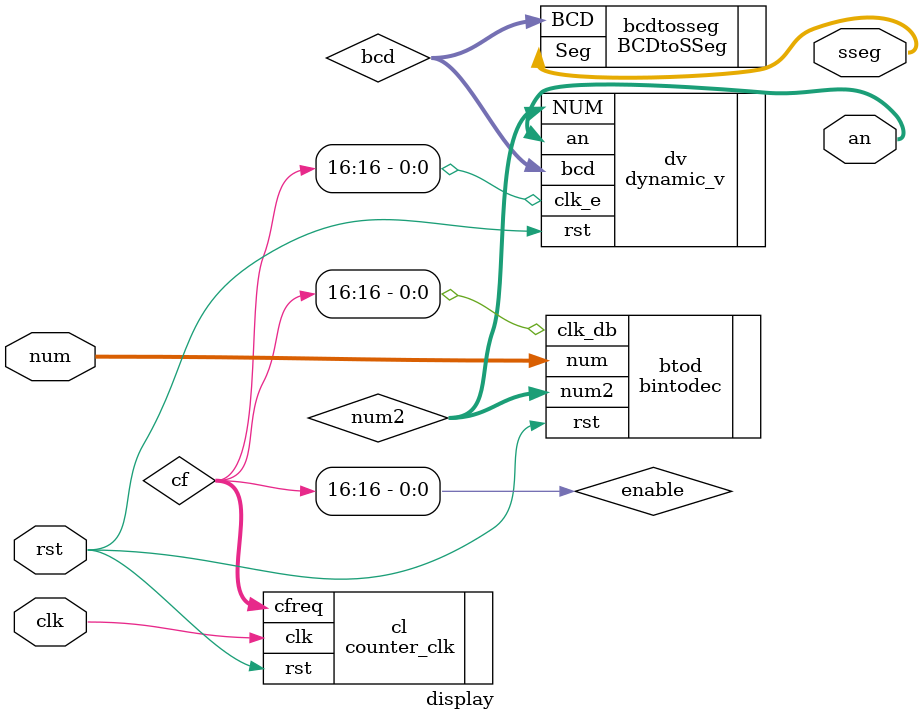
<source format=v>
`timescale 1ns / 1ps
module display(
	input [15:0] num,
	input clk,
	output [0:6] sseg,
	output  [3:0] an,
	input rst
);



wire [26:0] cf;

wire enable;
assign enable = cf[16];
wire [3:0]bcd;
wire [15:0] num2;




//reg [15:8] num=16'h43;
//reg [7:0] num=16'h43;
 
BCDtoSSeg bcdtosseg(.BCD(bcd), .Seg(sseg));


//codigo modularizado en clk_impl
counter_clk cl(.clk(clk), .rst(rst), .cfreq(cf));


//codigo modularizado en bintodec
bintodec btod(.rst(rst), .num(num),.num2(num2),.clk_db(enable));


//codigo modularizado en freqDivisor
dynamic_v dv(.rst(rst), .clk_e(enable), .NUM(num2),
.an(an), .bcd(bcd) );



endmodule
</source>
